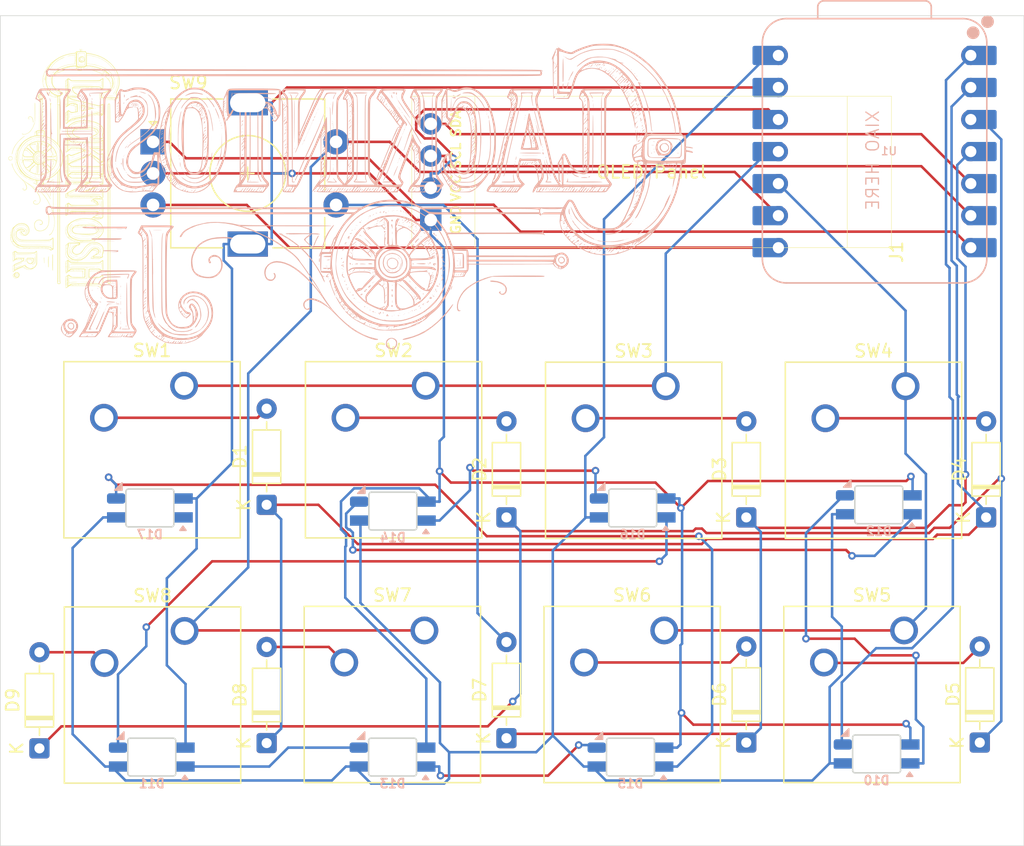
<source format=kicad_pcb>
(kicad_pcb (version 20241229) (generator "pcbnew") (generator_version "9.0")
  (layers (0 "F.Cu" signal) (2 "B.Cu" signal) (13 "F.Paste" user) (15 "B.Paste" user) (5 "F.SilkS" user "F.Silkscreen") (7 "B.SilkS" user "B.Silkscreen") (1 "F.Mask" user) (3 "B.Mask" user) (25 "Edge.Cuts" user))
  (net 0 "")
  (net 1 "Row 1")
  (net 2 "Net-(D1-A)")
  (net 3 "Net-(D2-A)")
  (net 4 "Row 2")
  (net 5 "Row 3")
  (net 6 "Net-(D3-A)")
  (net 7 "Net-(D4-A)")
  (net 8 "Net-(D5-A)")
  (net 9 "Net-(D6-A)")
  (net 10 "EC11SW1")
  (net 11 "Net-(D8-A)")
  (net 12 "Net-(D9-A)")
  (net 13 "LED")
  (net 14 "+5V")
  (net 15 "GND")
  (net 16 "Net-(D10-DOUT)")
  (net 17 "Net-(D11-DOUT)")
  (net 18 "Net-(D11-DIN)")
  (net 19 "Net-(D12-DOUT)")
  (net 20 "Net-(D13-DOUT)")
  (net 21 "Net-(D14-DOUT)")
  (net 22 "Net-(D15-DOUT)")
  (net 24 "SDA")
  (net 25 "SCL")
  (net 26 "VCC")
  (net 27 "Column 1")
  (net 28 "Column 2")
  (net 29 "Column 3")
  (net 30 "EC11RB")
  (net 31 "EC11RA")
  (footprint "Rotary_Encoder:RotaryEncoder_Alps_EC11E-Switch_Vertical_H20mm" (layer "F.Cu") (at 124.4 77.97)
    (property "Reference" "SW9")
    (property "Value" "RotaryEncoder_Switch_MP")
  )
  (footprint "Diode_THT:D_DO-35_SOD27_P7.62mm_Horizontal" (layer "F.Cu") (at 171.4 125.59 90)
    (property "Reference" "D6")
    (property "Value" "1N4148")
  )
  (footprint "OLED:SSD1306-0.91-OLED-4pin-128x32" (layer "F.Cu") (at 182.9 86.355 180)
    (property "Reference" "J1")
    (property "Value" "Conn_01x04_Pin")
  )
  (footprint "Button_Switch_Keyboard:SW_Cherry_MX_1.00u_PCB" (layer "F.Cu") (at 145.9 116.7)
    (property "Reference" "SW7")
    (property "Value" "SW_Push")
  )
  (footprint "Diode_THT:D_DO-35_SOD27_P7.62mm_Horizontal" (layer "F.Cu") (at 152.4 125.24 90)
    (property "Reference" "D7")
    (property "Value" "1N4148")
  )
  (footprint "Button_Switch_Keyboard:SW_Cherry_MX_1.00u_PCB" (layer "F.Cu") (at 164.9 116.7)
    (property "Reference" "SW6")
    (property "Value" "SW_Push")
  )
  (footprint "Diode_THT:D_DO-35_SOD27_P7.62mm_Horizontal" (layer "F.Cu") (at 171.4 107.74 90)
    (property "Reference" "D3")
    (property "Value" "1N4148")
  )
  (footprint "Diode_THT:D_DO-35_SOD27_P7.62mm_Horizontal" (layer "F.Cu") (at 190.4 107.74 90)
    (property "Reference" "D4")
    (property "Value" "1N4148")
  )
  (footprint "Diode_THT:D_DO-35_SOD27_P7.62mm_Horizontal" (layer "F.Cu") (at 133.4 125.63 90)
    (property "Reference" "D8")
    (property "Value" "1N4148")
  )
  (footprint "Diode_THT:D_DO-35_SOD27_P7.62mm_Horizontal" (layer "F.Cu") (at 115.4 126.05 90)
    (property "Reference" "D9")
    (property "Value" "1N4148")
  )
  (footprint "Button_Switch_Keyboard:SW_Cherry_MX_1.00u_PCB" (layer "F.Cu") (at 183.9 116.7)
    (property "Reference" "SW5")
    (property "Value" "SW_Push")
  )
  (footprint "Button_Switch_Keyboard:SW_Cherry_MX_1.00u_PCB" (layer "F.Cu") (at 184.02 97.34)
    (property "Reference" "SW4")
    (property "Value" "SW_Push")
  )
  (footprint "Button_Switch_Keyboard:SW_Cherry_MX_1.00u_PCB" (layer "F.Cu") (at 126.9 116.74)
    (property "Reference" "SW8")
    (property "Value" "SW_Push")
  )
  (footprint "Button_Switch_Keyboard:SW_Cherry_MX_1.00u_PCB" (layer "F.Cu") (at 165.02 97.34)
    (property "Reference" "SW3")
    (property "Value" "SW_Push")
  )
  (footprint "LOGO" (layer "F.Cu") (at 117.2 80.6 -90)
    (property "Reference" "G***" (hide yes))
    (property "Value" "LOGO" (hide yes))
  )
  (footprint "Diode_THT:D_DO-35_SOD27_P7.62mm_Horizontal" (layer "F.Cu") (at 189.9 125.59 90)
    (property "Reference" "D5")
    (property "Value" "1N4148")
  )
  (footprint "Button_Switch_Keyboard:SW_Cherry_MX_1.00u_PCB" (layer "F.Cu") (at 146 97.3)
    (property "Reference" "SW2")
    (property "Value" "SW_Push")
  )
  (footprint "Button_Switch_Keyboard:SW_Cherry_MX_1.00u_PCB" (layer "F.Cu") (at 126.86 97.3)
    (property "Reference" "SW1")
    (property "Value" "SW_Push")
  )
  (footprint "Diode_THT:D_DO-35_SOD27_P7.62mm_Horizontal" (layer "F.Cu") (at 152.4 107.74 90)
    (property "Reference" "D2")
    (property "Value" "1N4148")
  )
  (footprint "Diode_THT:D_DO-35_SOD27_P7.62mm_Horizontal" (layer "F.Cu") (at 133.4 106.74 90)
    (property "Reference" "D1")
    (property "Value" "1N4148")
  )
  (footprint "LOGO" (layer "B.Cu") (at 139.654343 82.692372 180)
    (property "Reference" "G***" (hide yes))
    (property "Value" "LOGO" (hide yes))
  )
  (footprint "LED:SK6812-MINI-E" (layer "B.Cu") (at 143.4 107.24 180)
    (property "Reference" "D14")
    (property "Value" "SK6812MINI" (hide yes))
    (fp_line (start 1.9 1.3) (end 1.9 -1.3) (stroke (width 0.12)) (layer "Edge.Cuts"))
    (fp_line (start 1.7 -1.5) (end -1.7 -1.5) (stroke (width 0.12)) (layer "Edge.Cuts"))
    (fp_line (start -1.7 1.5) (end 1.7 1.5) (stroke (width 0.12)) (layer "Edge.Cuts"))
    (fp_line (start -1.9 -1.3) (end -1.9 1.3) (stroke (width 0.12)) (layer "Edge.Cuts"))
    (fp_arc (start 1.9 1.3) (mid 1.841421 1.441421) (end 1.7 1.5) (stroke (width 0.12)) (layer "Edge.Cuts"))
    (fp_arc (start 1.7 -1.5) (mid 1.841421 -1.441421) (end 1.9 -1.3) (stroke (width 0.12)) (layer "Edge.Cuts"))
    (fp_arc (start -1.7 1.5) (mid -1.841421 1.441421) (end -1.9 1.3) (stroke (width 0.12)) (layer "Edge.Cuts"))
    (fp_arc (start -1.9 -1.3) (mid -1.841421 -1.441421) (end -1.7 -1.5) (stroke (width 0.12)) (layer "Edge.Cuts"))
  )
  (footprint "LED:SK6812-MINI-E" (layer "B.Cu") (at 181.725 126.49 180)
    (property "Reference" "D10")
    (property "Value" "SK6812MINI" (hide yes))
    (fp_line (start 1.9 1.3) (end 1.9 -1.3) (stroke (width 0.12)) (layer "Edge.Cuts"))
    (fp_line (start 1.7 -1.5) (end -1.7 -1.5) (stroke (width 0.12)) (layer "Edge.Cuts"))
    (fp_line (start -1.7 1.5) (end 1.7 1.5) (stroke (width 0.12)) (layer "Edge.Cuts"))
    (fp_line (start -1.9 -1.3) (end -1.9 1.3) (stroke (width 0.12)) (layer "Edge.Cuts"))
    (fp_arc (start 1.9 1.3) (mid 1.841421 1.441421) (end 1.7 1.5) (stroke (width 0.12)) (layer "Edge.Cuts"))
    (fp_arc (start 1.7 -1.5) (mid 1.841421 -1.441421) (end 1.9 -1.3) (stroke (width 0.12)) (layer "Edge.Cuts"))
    (fp_arc (start -1.7 1.5) (mid -1.841421 1.441421) (end -1.9 1.3) (stroke (width 0.12)) (layer "Edge.Cuts"))
    (fp_arc (start -1.9 -1.3) (mid -1.841421 -1.441421) (end -1.7 -1.5) (stroke (width 0.12)) (layer "Edge.Cuts"))
  )
  (footprint "LED:SK6812-MINI-E" (layer "B.Cu") (at 124.3 126.74 180)
    (property "Reference" "D11")
    (property "Value" "SK6812MINI" (hide yes))
    (fp_line (start 1.9 1.3) (end 1.9 -1.3) (stroke (width 0.12)) (layer "Edge.Cuts"))
    (fp_line (start 1.7 -1.5) (end -1.7 -1.5) (stroke (width 0.12)) (layer "Edge.Cuts"))
    (fp_line (start -1.7 1.5) (end 1.7 1.5) (stroke (width 0.12)) (layer "Edge.Cuts"))
    (fp_line (start -1.9 -1.3) (end -1.9 1.3) (stroke (width 0.12)) (layer "Edge.Cuts"))
    (fp_arc (start 1.9 1.3) (mid 1.841421 1.441421) (end 1.7 1.5) (stroke (width 0.12)) (layer "Edge.Cuts"))
    (fp_arc (start 1.7 -1.5) (mid 1.841421 -1.441421) (end 1.9 -1.3) (stroke (width 0.12)) (layer "Edge.Cuts"))
    (fp_arc (start -1.7 1.5) (mid -1.841421 1.441421) (end -1.9 1.3) (stroke (width 0.12)) (layer "Edge.Cuts"))
    (fp_arc (start -1.9 -1.3) (mid -1.841421 -1.441421) (end -1.7 -1.5) (stroke (width 0.12)) (layer "Edge.Cuts"))
  )
  (footprint "LED:SK6812-MINI-E" (layer "B.Cu") (at 124.15 106.99 180)
    (property "Reference" "D17")
    (property "Value" "SK6812MINI" (hide yes))
    (fp_line (start 1.9 1.3) (end 1.9 -1.3) (stroke (width 0.12)) (layer "Edge.Cuts"))
    (fp_line (start 1.7 -1.5) (end -1.7 -1.5) (stroke (width 0.12)) (layer "Edge.Cuts"))
    (fp_line (start -1.7 1.5) (end 1.7 1.5) (stroke (width 0.12)) (layer "Edge.Cuts"))
    (fp_line (start -1.9 -1.3) (end -1.9 1.3) (stroke (width 0.12)) (layer "Edge.Cuts"))
    (fp_arc (start 1.9 1.3) (mid 1.841421 1.441421) (end 1.7 1.5) (stroke (width 0.12)) (layer "Edge.Cuts"))
    (fp_arc (start 1.7 -1.5) (mid 1.841421 -1.441421) (end 1.9 -1.3) (stroke (width 0.12)) (layer "Edge.Cuts"))
    (fp_arc (start -1.7 1.5) (mid -1.841421 1.441421) (end -1.9 1.3) (stroke (width 0.12)) (layer "Edge.Cuts"))
    (fp_arc (start -1.9 -1.3) (mid -1.841421 -1.441421) (end -1.7 -1.5) (stroke (width 0.12)) (layer "Edge.Cuts"))
  )
  (footprint "LED:SK6812-MINI-E" (layer "B.Cu") (at 162.225 126.74 180)
    (property "Reference" "D15")
    (property "Value" "SK6812MINI" (hide yes))
    (fp_line (start 1.9 1.3) (end 1.9 -1.3) (stroke (width 0.12)) (layer "Edge.Cuts"))
    (fp_line (start 1.7 -1.5) (end -1.7 -1.5) (stroke (width 0.12)) (layer "Edge.Cuts"))
    (fp_line (start -1.7 1.5) (end 1.7 1.5) (stroke (width 0.12)) (layer "Edge.Cuts"))
    (fp_line (start -1.9 -1.3) (end -1.9 1.3) (stroke (width 0.12)) (layer "Edge.Cuts"))
    (fp_arc (start 1.9 1.3) (mid 1.841421 1.441421) (end 1.7 1.5) (stroke (width 0.12)) (layer "Edge.Cuts"))
    (fp_arc (start 1.7 -1.5) (mid 1.841421 -1.441421) (end 1.9 -1.3) (stroke (width 0.12)) (layer "Edge.Cuts"))
    (fp_arc (start -1.7 1.5) (mid -1.841421 1.441421) (end -1.9 1.3) (stroke (width 0.12)) (layer "Edge.Cuts"))
    (fp_arc (start -1.9 -1.3) (mid -1.841421 -1.441421) (end -1.7 -1.5) (stroke (width 0.12)) (layer "Edge.Cuts"))
  )
  (footprint "OPL:XIAO-RP2040-DIP" (layer "B.Cu") (at 181.565 78.7385 180)
    (property "Reference" "U1")
    (property "Value" "XIAO-RP2040-DIP")
  )
  (footprint "LED:SK6812-MINI-E" (layer "B.Cu") (at 143.375 126.74 180)
    (property "Reference" "D13")
    (property "Value" "SK6812MINI" (hide yes))
    (fp_line (start 1.9 1.3) (end 1.9 -1.3) (stroke (width 0.12)) (layer "Edge.Cuts"))
    (fp_line (start 1.7 -1.5) (end -1.7 -1.5) (stroke (width 0.12)) (layer "Edge.Cuts"))
    (fp_line (start -1.7 1.5) (end 1.7 1.5) (stroke (width 0.12)) (layer "Edge.Cuts"))
    (fp_line (start -1.9 -1.3) (end -1.9 1.3) (stroke (width 0.12)) (layer "Edge.Cuts"))
    (fp_arc (start 1.9 1.3) (mid 1.841421 1.441421) (end 1.7 1.5) (stroke (width 0.12)) (layer "Edge.Cuts"))
    (fp_arc (start 1.7 -1.5) (mid 1.841421 -1.441421) (end 1.9 -1.3) (stroke (width 0.12)) (layer "Edge.Cuts"))
    (fp_arc (start -1.7 1.5) (mid -1.841421 1.441421) (end -1.9 1.3) (stroke (width 0.12)) (layer "Edge.Cuts"))
    (fp_arc (start -1.9 -1.3) (mid -1.841421 -1.441421) (end -1.7 -1.5) (stroke (width 0.12)) (layer "Edge.Cuts"))
  )
  (footprint "LED:SK6812-MINI-E" (layer "B.Cu") (at 181.9 106.74 180)
    (property "Reference" "D12")
    (property "Value" "SK6812MINI" (hide yes))
    (fp_line (start 1.9 1.3) (end 1.9 -1.3) (stroke (width 0.12)) (layer "Edge.Cuts"))
    (fp_line (start 1.7 -1.5) (end -1.7 -1.5) (stroke (width 0.12)) (layer "Edge.Cuts"))
    (fp_line (start -1.7 1.5) (end 1.7 1.5) (stroke (width 0.12)) (layer "Edge.Cuts"))
    (fp_line (start -1.9 -1.3) (end -1.9 1.3) (stroke (width 0.12)) (layer "Edge.Cuts"))
    (fp_arc (start 1.9 1.3) (mid 1.841421 1.441421) (end 1.7 1.5) (stroke (width 0.12)) (layer "Edge.Cuts"))
    (fp_arc (start 1.7 -1.5) (mid 1.841421 -1.441421) (end 1.9 -1.3) (stroke (width 0.12)) (layer "Edge.Cuts"))
    (fp_arc (start -1.7 1.5) (mid -1.841421 1.441421) (end -1.9 1.3) (stroke (width 0.12)) (layer "Edge.Cuts"))
    (fp_arc (start -1.9 -1.3) (mid -1.841421 -1.441421) (end -1.7 -1.5) (stroke (width 0.12)) (layer "Edge.Cuts"))
  )
  (footprint "LED:SK6812-MINI-E" (layer "B.Cu") (at 162.4 106.99 180)
    (property "Reference" "D16")
    (property "Value" "SK6812MINI" (hide yes))
    (fp_line (start 1.9 1.3) (end 1.9 -1.3) (stroke (width 0.12)) (layer "Edge.Cuts"))
    (fp_line (start 1.7 -1.5) (end -1.7 -1.5) (stroke (width 0.12)) (layer "Edge.Cuts"))
    (fp_line (start -1.7 1.5) (end 1.7 1.5) (stroke (width 0.12)) (layer "Edge.Cuts"))
    (fp_line (start -1.9 -1.3) (end -1.9 1.3) (stroke (width 0.12)) (layer "Edge.Cuts"))
    (fp_arc (start 1.9 1.3) (mid 1.841421 1.441421) (end 1.7 1.5) (stroke (width 0.12)) (layer "Edge.Cuts"))
    (fp_arc (start 1.7 -1.5) (mid 1.841421 -1.441421) (end 1.9 -1.3) (stroke (width 0.12)) (layer "Edge.Cuts"))
    (fp_arc (start -1.7 1.5) (mid -1.841421 1.441421) (end -1.9 1.3) (stroke (width 0.12)) (layer "Edge.Cuts"))
    (fp_arc (start -1.9 -1.3) (mid -1.841421 -1.441421) (end -1.7 -1.5) (stroke (width 0.12)) (layer "Edge.Cuts"))
  )
  (gr_rect (start 112.3 67.97005) (end 193.4 133.77005) (stroke (width 0.05)) (fill no) (layer "Edge.Cuts"))
  (gr_text "XIAO HERE" (at 182 75.4 90) (layer "B.SilkS") (effects (font (size 1 1) (thickness 0.1)) (justify left bottom mirror)))
  (segment (start 167.8699 109.8535) (end 140.6145 109.8535) (width 0.2) (layer "F.Cu") (net 1))
  (segment (start 189.031 109.109) (end 190.4 107.74) (width 0.2) (layer "F.Cu") (net 1))
  (segment (start 137.501 106.74) (end 133.4 106.74) (width 0.2) (layer "F.Cu") (net 1))
  (segment (start 186.3576 109.2753) (end 186.1811 109.4518) (width 0.2) (layer "F.Cu") (net 1))
  (segment (start 186.3576 109.2753) (end 186.5239 109.109) (width 0.2) (layer "F.Cu") (net 1))
  (segment (start 186.1811 109.4518) (end 168.2715 109.4518) (width 0.2) (layer "F.Cu") (net 1))
  (segment (start 140.6145 109.8535) (end 137.501 106.74) (width 0.2) (layer "F.Cu") (net 1))
  (segment (start 168.2715 109.4519) (end 167.8699 109.8535) (width 0.2) (layer "F.Cu") (net 1))
  (segment (start 186.3576 109.2753) (end 186.5239 109.109) (width 0.2) (layer "F.Cu") (net 1))
  (segment (start 168.2715 109.4518) (end 168.2715 109.4519) (width 0.2) (layer "F.Cu") (net 1))
  (segment (start 186.5239 109.109) (end 189.031 109.109) (width 0.2) (layer "F.Cu") (net 1))
  (segment (start 188.0786 97.9977) (end 188.0786 87.7908) (width 0.2) (layer "B.Cu") (net 1))
  (segment (start 188.1675 98.2384) (end 188.2434 98.1625) (width 0.2) (layer "B.Cu") (net 1))
  (segment (start 134.55 124.48) (end 133.4 125.63) (width 0.2) (layer "B.Cu") (net 1))
  (segment (start 190.4 107.2926) (end 188.1675 105.0601) (width 0.2) (layer "B.Cu") (net 1))
  (segment (start 189.185 73.6585) (end 190.02 73.6585) (width 0.2) (layer "B.Cu") (net 1))
  (segment (start 189.185 73.6585) (end 187.6645 75.179) (width 0.2) (layer "B.Cu") (net 1))
  (segment (start 190.4 107.74) (end 190.4 107.2926) (width 0.2) (layer "B.Cu") (net 1))
  (segment (start 133.4 106.74) (end 134.55 107.89) (width 0.2) (layer "B.Cu") (net 1))
  (segment (start 188.0786 87.7908) (end 188.0771 87.7893) (width 0.2) (layer "B.Cu") (net 1))
  (segment (start 134.55 107.89) (end 134.55 124.48) (width 0.2) (layer "B.Cu") (net 1))
  (segment (start 188.1675 105.0601) (end 188.1675 98.2384) (width 0.2) (layer "B.Cu") (net 1))
  (segment (start 188.2434 98.1625) (end 188.0786 97.9977) (width 0.2) (layer "B.Cu") (net 1))
  (segment (start 187.6645 75.179) (end 187.6645 87.3767) (width 0.2) (layer "B.Cu") (net 1))
  (segment (start 188.2434 98.1625) (end 188.0786 97.9977) (width 0.2) (layer "B.Cu") (net 1))
  (segment (start 187.9235 87.6357) (end 188.0771 87.7893) (width 0.2) (layer "B.Cu") (net 1))
  (segment (start 187.9235 87.6357) (end 188.0771 87.7893) (width 0.2) (layer "B.Cu") (net 1))
  (segment (start 187.6645 87.3767) (end 187.9235 87.6357) (width 0.2) (layer "B.Cu") (net 1))
  (segment (start 132.68 99.84) (end 133.4 99.12) (width 0.2) (layer "F.Cu") (net 2))
  (segment (start 120.51 99.84) (end 132.68 99.84) (width 0.2) (layer "F.Cu") (net 2))
  (segment (start 152.4 100.12) (end 152.12 99.84) (width 0.2) (layer "F.Cu") (net 3))
  (segment (start 152.12 99.84) (end 139.65 99.84) (width 0.2) (layer "F.Cu") (net 3))
  (segment (start 115.4 126.05) (end 117.1463 124.3037) (width 0.2) (layer "F.Cu") (net 4))
  (segment (start 191.6046 104.6632) (end 191.4225 104.6632) (width 0.2) (layer "F.Cu") (net 4))
  (segment (start 150.9221 124.3037) (end 152.9013 122.3245) (width 0.2) (layer "F.Cu") (net 4))
  (segment (start 167.8914 108.6286) (end 167.3931 108.6286) (width 0.2) (layer "F.Cu") (net 4))
  (segment (start 191.4225 104.6632) (end 187.5197 108.566) (width 0.2) (layer "F.Cu") (net 4))
  (segment (start 117.1463 124.3037) (end 150.9221 124.3037) (width 0.2) (layer "F.Cu") (net 4))
  (segment (start 185.8836 108.9811) (end 168.2439 108.9811) (width 0.2) (layer "F.Cu") (net 4))
  (segment (start 187.5197 108.566) (end 186.2987 108.566) (width 0.2) (layer "F.Cu") (net 4))
  (segment (start 186.2987 108.566) (end 185.8836 108.9811) (width 0.2) (layer "F.Cu") (net 4))
  (segment (start 168.2439 108.9811) (end 167.8914 108.6286) (width 0.2) (layer "F.Cu") (net 4))
  (segment (start 167.1931 108.8286) (end 153.4886 108.8286) (width 0.2) (layer "F.Cu") (net 4))
  (segment (start 167.3931 108.6286) (end 167.1931 108.8286) (width 0.2) (layer "F.Cu") (net 4))
  (segment (start 153.4886 108.8286) (end 152.4 107.74) (width 0.2) (layer "F.Cu") (net 4))
  (via (at 152.9013 122.3245) (size 0.6) (drill 0.3) (layers "F.Cu" "B.Cu") (net 4))
  (via (at 191.6046 104.6632) (size 0.6) (drill 0.3) (layers "F.Cu" "B.Cu") (net 4))
  (segment (start 190.02 76.1985) (end 191.6046 77.7831) (width 0.2) (layer "B.Cu") (net 4))
  (segment (start 153.5017 121.7241) (end 152.9013 122.3245) (width 0.2) (layer "B.Cu") (net 4))
  (segment (start 191.6046 77.7831) (end 191.6046 104.6632) (width 0.2) (layer "B.Cu") (net 4))
  (segment (start 152.4 107.74) (end 153.5017 108.8417) (width 0.2) (layer "B.Cu") (net 4))
  (segment (start 189.185 76.1985) (end 190.02 76.1985) (width 0.2) (layer "B.Cu") (net 4))
  (segment (start 191.6046 104.6632) (end 191.6046 123.8854) (width 0.2) (layer "B.Cu") (net 4))
  (segment (start 153.5017 108.8417) (end 153.5017 121.7241) (width 0.2) (layer "B.Cu") (net 4))
  (segment (start 191.6046 123.8854) (end 189.9 125.59) (width 0.2) (layer "B.Cu") (net 4))
  (segment (start 187.4791 106.7754) (end 185.6859 108.5686) (width 0.2) (layer "F.Cu") (net 5))
  (segment (start 188.5342 106.7754) (end 187.4791 106.7754) (width 0.2) (layer "F.Cu") (net 5))
  (segment (start 188.7692 106.5404) (end 188.5342 106.7754) (width 0.2) (layer "F.Cu") (net 5))
  (segment (start 185.6859 108.5686) (end 172.2286 108.5686) (width 0.2) (layer "F.Cu") (net 5))
  (segment (start 152.7429 124.8971) (end 170.7071 124.8971) (width 0.2) (layer "F.Cu") (net 5))
  (segment (start 188.7692 104.3376) (end 188.7692 106.5404) (width 0.2) (layer "F.Cu") (net 5))
  (segment (start 172.2286 108.5686) (end 171.4 107.74) (width 0.2) (layer "F.Cu") (net 5))
  (segment (start 152.4 125.24) (end 152.7429 124.8971) (width 0.2) (layer "F.Cu") (net 5))
  (segment (start 170.7071 124.8971) (end 171.4 125.59) (width 0.2) (layer "F.Cu") (net 5))
  (via (at 188.7692 104.3376) (size 0.6) (drill 0.3) (layers "F.Cu" "B.Cu") (net 5))
  (segment (start 188.7692 104.3376) (end 188.7692 87.8671) (width 0.2) (layer "B.Cu") (net 5))
  (segment (start 188.1109 79.8126) (end 189.185 78.7385) (width 0.2) (layer "B.Cu") (net 5))
  (segment (start 172.5499 108.8899) (end 172.5499 124.4401) (width 0.2) (layer "B.Cu") (net 5))
  (segment (start 188.1109 87.2088) (end 188.1109 79.8126) (width 0.2) (layer "B.Cu") (net 5))
  (segment (start 189.185 78.7385) (end 190.02 78.7385) (width 0.2) (layer "B.Cu") (net 5))
  (segment (start 188.7692 87.8671) (end 188.1109 87.2088) (width 0.2) (layer "B.Cu") (net 5))
  (segment (start 171.4 107.74) (end 172.5499 108.8899) (width 0.2) (layer "B.Cu") (net 5))
  (segment (start 172.5499 124.4401) (end 171.4 125.59) (width 0.2) (layer "B.Cu") (net 5))
  (segment (start 171.16 99.88) (end 158.67 99.88) (width 0.2) (layer "F.Cu") (net 6))
  (segment (start 171.4 100.12) (end 171.16 99.88) (width 0.2) (layer "F.Cu") (net 6))
  (segment (start 190.16 99.88) (end 190.4 100.12) (width 0.2) (layer "F.Cu") (net 7))
  (segment (start 177.67 99.88) (end 190.16 99.88) (width 0.2) (layer "F.Cu") (net 7))
  (segment (start 188.5935 119.2765) (end 189.9 117.97) (width 0.2) (layer "F.Cu") (net 8))
  (segment (start 177.55 119.24) (end 177.5865 119.2765) (width 0.2) (layer "F.Cu") (net 8))
  (segment (start 177.5865 119.2765) (end 188.5935 119.2765) (width 0.2) (layer "F.Cu") (net 8))
  (segment (start 170.13 119.24) (end 171.4 117.97) (width 0.2) (layer "F.Cu") (net 9))
  (segment (start 158.55 119.24) (end 170.13 119.24) (width 0.2) (layer "F.Cu") (net 9))
  (segment (start 150.1102 85.6821) (end 147.3981 82.97) (width 0.2) (layer "B.Cu") (net 10))
  (segment (start 147.3981 82.97) (end 138.9 82.97) (width 0.2) (layer "B.Cu") (net 10))
  (segment (start 152.4 117.62) (end 150.1102 115.3302) (width 0.2) (layer "B.Cu") (net 10))
  (segment (start 150.1102 115.3302) (end 150.1102 85.6821) (width 0.2) (layer "B.Cu") (net 10))
  (segment (start 133.4 118.01) (end 138.32 118.01) (width 0.2) (layer "F.Cu") (net 11))
  (segment (start 138.32 118.01) (end 139.55 119.24) (width 0.2) (layer "F.Cu") (net 11))
  (segment (start 115.4 118.43) (end 119.7 118.43) (width 0.2) (layer "F.Cu") (net 12))
  (segment (start 119.7 118.43) (end 120.55 119.28) (width 0.2) (layer "F.Cu") (net 12))
  (segment (start 187.7658 98.4531) (end 187.7658 114.8858) (width 0.2) (layer "B.Cu") (net 13))
  (segment (start 187.3428 87.802) (end 187.5045 87.9637) (width 0.2) (layer "B.Cu") (net 13))
  (segment (start 187.3428 87.802) (end 187.5045 87.9637) (width 0.2) (layer "B.Cu") (net 13))
  (segment (start 187.2251 73.0784) (end 187.2251 87.6843) (width 0.2) (layer "B.Cu") (net 13))
  (segment (start 187.5045 98.1918) (end 187.7658 98.4531) (width 0.2) (layer "B.Cu") (net 13))
  (segment (start 178.9683 120.826) (end 178.9683 125.6583) (width 0.2) (layer "B.Cu") (net 13))
  (segment (start 187.2251 87.6843) (end 187.3428 87.802) (width 0.2) (layer "B.Cu") (net 13))
  (segment (start 189.185 71.1185) (end 190.02 71.1185) (width 0.2) (layer "B.Cu") (net 13))
  (segment (start 187.7658 114.8858) (end 184.5419 118.1097) (width 0.2) (layer "B.Cu") (net 13))
  (segment (start 184.5419 118.1097) (end 181.6846 118.1097) (width 0.2) (layer "B.Cu") (net 13))
  (segment (start 178.9683 125.6583) (end 179.05 125.74) (width 0.2) (layer "B.Cu") (net 13))
  (segment (start 187.5045 87.9637) (end 187.5045 98.1918) (width 0.2) (layer "B.Cu") (net 13))
  (segment (start 181.6846 118.1097) (end 178.9683 120.826) (width 0.2) (layer "B.Cu") (net 13))
  (segment (start 189.185 71.1185) (end 187.2251 73.0784) (width 0.2) (layer "B.Cu") (net 13))
  (segment (start 156.0707 125.0374) (end 154.7565 126.3516) (width 0.2) (layer "B.Cu") (net 14))
  (segment (start 173.11 71.1185) (end 160.1298 84.0987) (width 0.2) (layer "B.Cu") (net 14))
  (segment (start 121.625 127.49) (end 121.1117 127.49) (width 0.2) (layer "B.Cu") (net 14))
  (segment (start 176.6303 128.6002) (end 160.2839 128.6002) (width 0.2) (layer "B.Cu") (net 14))
  (segment (start 147.1336 125.631) (end 147.1336 120.8181) (width 0.2) (layer "B.Cu") (net 14))
  (segment (start 179.225 107.49) (end 178.1983 107.49) (width 0.2) (layer "B.Cu") (net 14))
  (segment (start 154.7565 126.3516) (end 147.8542 126.3516) (width 0.2) (layer "B.Cu") (net 14))
  (segment (start 140.832 108.097) (end 140.725 107.99) (width 0.2) (layer "B.Cu") (net 14))
  (segment (start 160.2839 128.6002) (end 159.55 127.8663) (width 0.2) (layer "B.Cu") (net 14))
  (segment (start 178.0233 127.24) (end 178.0069 127.2236) (width 0.2) (layer "B.Cu") (net 14))
  (segment (start 121.1117 127.49) (end 120.5983 127.49) (width 0.2) (layer "B.Cu") (net 14))
  (segment (start 159.55 127.8663) (end 159.55 127.49) (width 0.2) (layer "B.Cu") (net 14))
  (segment (start 147.8542 126.3516) (end 147.8542 128.4463) (width 0.2) (layer "B.Cu") (net 14))
  (segment (start 140.832 114.5165) (end 140.832 108.097) (width 0.2) (layer "B.Cu") (net 14))
  (segment (start 141.6679 128.8342) (end 140.7 127.8663) (width 0.2) (layer "B.Cu") (net 14))
  (segment (start 147.4663 128.8342) (end 141.6679 128.8342) (width 0.2) (layer "B.Cu") (net 14))
  (segment (start 140.7 127.8663) (end 140.7 127.49) (width 0.2) (layer "B.Cu") (net 14))
  (segment (start 178.1983 115.6172) (end 178.1983 107.49) (width 0.2) (layer "B.Cu") (net 14))
  (segment (start 147.8542 128.4463) (end 147.4663 128.8342) (width 0.2) (layer "B.Cu") (net 14))
  (segment (start 147.8542 126.3516) (end 147.1336 125.631) (width 0.2) (layer "B.Cu") (net 14))
  (segment (start 147.1336 120.8181) (end 140.832 114.5165) (width 0.2) (layer "B.Cu") (net 14))
  (segment (start 178.0069 127.2236) (end 176.6303 128.6002) (width 0.2) (layer "B.Cu") (net 14))
  (segment (start 159.725 107.74) (end 158.6983 107.74) (width 0.2) (layer "B.Cu") (net 14))
  (segment (start 121.475 107.74) (end 120.4483 107.74) (width 0.2) (layer "B.Cu") (net 14))
  (segment (start 160.1298 84.0987) (end 160.1298 101.3875) (width 0.2) (layer "B.Cu") (net 14))
  (segment (start 118.0289 124.9206) (end 120.5983 127.49) (width 0.2) (layer "B.Cu") (net 14))
  (segment (start 118.0289 110.1594) (end 118.0289 124.9206) (width 0.2) (layer "B.Cu") (net 14))
  (segment (start 158.6471 102.8702) (end 158.6471 107.6888) (width 0.2) (layer "B.Cu") (net 14))
  (segment (start 156.0707 110.3676) (end 156.0707 125.0374) (width 0.2) (layer "B.Cu") (net 14))
  (segment (start 158.6471 107.6888) (end 158.6983 107.74) (width 0.2) (layer "B.Cu") (net 14))
  (segment (start 140.7 127.49) (end 139.6733 127.49) (width 0.2) (layer "B.Cu") (net 14))
  (segment (start 178.0069 127.2236) (end 178.0069 121.1824) (width 0.2) (layer "B.Cu") (net 14))
  (segment (start 121.1117 127.49) (end 122.2153 128.5936) (width 0.2) (layer "B.Cu") (net 14))
  (segment (start 160.1298 101.3875) (end 158.6471 102.8702) (width 0.2) (layer "B.Cu") (net 14))
  (segment (start 179.05 127.24) (end 178.0233 127.24) (width 0.2) (layer "B.Cu") (net 14))
  (segment (start 159.55 127.49) (end 158.5233 127.49) (width 0.2) (layer "B.Cu") (net 14))
  (segment (start 158.6983 107.74) (end 156.0707 110.3676) (width 0.2) (layer "B.Cu") (net 14))
  (segment (start 156.0707 125.0374) (end 158.5233 127.49) (width 0.2) (layer "B.Cu") (net 14))
  (segment (start 120.4483 107.74) (end 118.0289 110.1594) (width 0.2) (layer "B.Cu") (net 14))
  (segment (start 122.2153 128.5936) (end 138.5697 128.5936) (width 0.2) (layer "B.Cu") (net 14))
  (segment (start 178.9683 116.3872) (end 178.1983 115.6172) (width 0.2) (layer "B.Cu") (net 14))
  (segment (start 138.5697 128.5936) (end 139.6733 127.49) (width 0.2) (layer "B.Cu") (net 14))
  (segment (start 178.9683 120.221) (end 178.9683 116.3872) (width 0.2) (layer "B.Cu") (net 14))
  (segment (start 178.0069 121.1824) (end 178.9683 120.221) (width 0.2) (layer "B.Cu") (net 14))
  (segment (start 173.945 71.1185) (end 173.11 71.1185) (width 0.2) (layer "B.Cu") (net 14))
  (segment (start 124.4 80.47) (end 135.4127 80.47) (width 0.2) (layer "F.Cu") (net 15))
  (segment (start 148.0017 104.98) (end 164.2077 104.98) (width 0.2) (layer "F.Cu") (net 15))
  (segment (start 184.0641 124.0896) (end 183.9828 124.1709) (width 0.2) (layer "F.Cu") (net 15))
  (segment (start 141.5533 80.47) (end 145.2483 84.165) (width 0.2) (layer "F.Cu") (net 15))
  (segment (start 167.2047 124.1709) (end 166.2719 123.2381) (width 0.2) (layer "F.Cu") (net 15))
  (segment (start 147.1017 104.08) (end 148.0017 104.98) (width 0.2) (layer "F.Cu") (net 15))
  (segment (start 164.2077 104.98) (end 166.2207 106.993) (width 0.2) (layer "F.Cu") (net 15))
  (segment (start 131.9 74.87) (end 133.8017 74.87) (width 0.2) (layer "F.Cu") (net 15))
  (segment (start 168.3586 104.8551) (end 184.0792 104.8551) (width 0.2) (layer "F.Cu") (net 15))
  (segment (start 135.0132 73.6585) (end 133.8017 74.87) (width 0.2) (layer "F.Cu") (net 15))
  (segment (start 183.9828 124.1709) (end 167.2047 124.1709) (width 0.2) (layer "F.Cu") (net 15))
  (segment (start 135.4127 80.47) (end 141.5533 80.47) (width 0.2) (layer "F.Cu") (net 15))
  (segment (start 173.945 73.6585) (end 135.0132 73.6585) (width 0.2) (layer "F.Cu") (net 15))
  (segment (start 166.2207 106.993) (end 168.3586 104.8551) (width 0.2) (layer "F.Cu") (net 15))
  (segment (start 146.4 84.165) (end 145.2483 84.165) (width 0.2) (layer "F.Cu") (net 15))
  (segment (start 184.0792 104.8551) (end 184.4438 104.4905) (width 0.2) (layer "F.Cu") (net 15))
  (via (at 184.0641 124.0896) (size 0.6) (drill 0.3) (layers "F.Cu" "B.Cu") (net 15))
  (via (at 135.4127 80.47) (size 0.6) (drill 0.3) (layers "F.Cu" "B.Cu") (net 15))
  (via (at 166.2207 106.993) (size 0.6) (drill 0.3) (layers "F.Cu" "B.Cu") (net 15))
  (via (at 184.4438 104.4905) (size 0.6) (drill 0.3) (layers "F.Cu" "B.Cu") (net 15))
  (via (at 147.1017 104.08) (size 0.6) (drill 0.3) (layers "F.Cu" "B.Cu") (net 15))
  (via (at 166.2719 123.2381) (size 0.6) (drill 0.3) (layers "F.Cu" "B.Cu") (net 15))
  (segment (start 139.6286 110.0711) (end 139.6286 114.1017) (width 0.2) (layer "B.Cu") (net 15))
  (segment (start 139.532 108.9267) (end 139.6939 109.0886) (width 0.2) (layer "B.Cu") (net 15))
  (segment (start 146.4 85.3167) (end 147.4431 86.3598) (width 0.2) (layer "B.Cu") (net 15))
  (segment (start 146.4 84.165) (end 146.4 85.3167) (width 0.2) (layer "B.Cu") (net 15))
  (segment (start 146.05 120.5231) (end 146.05 125.99) (width 0.2) (layer "B.Cu") (net 15))
  (segment (start 139.6939 109.0886) (end 139.6939 110.0058) (width 0.2) (layer "B.Cu") (net 15))
  (segment (start 184.575 104.6217) (end 184.575 105.99) (width 0.2) (layer "B.Cu") (net 15))
  (segment (start 131.9 86.07) (end 133.8017 86.07) (width 0.2) (layer "B.Cu") (net 15))
  (segment (start 125.493 112.5716) (end 127.8517 110.2129) (width 0.2) (layer "B.Cu") (net 15))
  (segment (start 146.075 106.49) (end 146.538 106.49) (width 0.2) (layer "B.Cu") (net 15))
  (segment (start 184.4438 104.4905) (end 184.575 104.6217) (width 0.2) (layer "B.Cu") (net 15))
  (segment (start 147.4431 101.3448) (end 147.1017 101.6862) (width 0.2) (layer "B.Cu") (net 15))
  (segment (start 133.8017 80.47) (end 133.8017 86.07) (width 0.2) (layer "B.Cu") (net 15))
  (segment (start 131.9 86.07) (end 129.9983 86.07) (width 0.2) (layer "B.Cu") (net 15))
  (segment (start 147.4431 86.3598) (end 147.4431 101.3448) (width 0.2) (layer "B.Cu") (net 15))
  (segment (start 146.538 106.49) (end 145.4844 105.4364) (width 0.2) (layer "B.Cu") (net 15))
  (segment (start 126.975 125.99) (end 126.975 120.9449) (width 0.2) (layer "B.Cu") (net 15))
  (segment (start 140.3311 105.4364) (end 139.2922 106.4753) (width 0.2) (layer "B.Cu") (net 15))
  (segment (start 127.8517 106.2415) (end 127.8502 106.24) (width 0.2) (layer "B.Cu") (net 15))
  (segment (start 173.11 73.6585) (end 173.945 73.6585) (width 0.2) (layer "B.Cu") (net 15))
  (segment (start 166.3138 107.0861) (end 166.3138 117.7432) (width 0.2) (layer "B.Cu") (net 15))
  (segment (start 166.1856 125.7311) (end 165.9267 125.99) (width 0.2) (layer "B.Cu") (net 15))
  (segment (start 166.1017 106.24) (end 166.1017 106.874) (width 0.2) (layer "B.Cu") (net 15))
  (segment (start 139.6286 114.1017) (end 146.05 120.5231) (width 0.2) (layer "B.Cu") (net 15))
  (segment (start 130.6521 88.0255) (end 129.9983 87.3717) (width 0.2) (layer "B.Cu") (net 15))
  (segment (start 139.6939 110.0058) (end 139.6286 110.0711) (width 0.2) (layer "B.Cu") (net 15))
  (segment (start 184.4 124.4255) (end 184.4 125.74) (width 0.2) (layer "B.Cu") (net 15))
  (segment (start 129.9983 87.3717) (end 129.9983 86.07) (width 0.2) (layer "B.Cu") (net 15))
  (segment (start 147.0009 106.49) (end 147.1002 106.49) (width 0.2) (layer "B.Cu") (net 15))
  (segment (start 166.3138 117.7432) (end 166.1856 117.8714) (width 0.2) (layer "B.Cu") (net 15))
  (segment (start 166.1856 123.2381) (end 166.1856 125.7311) (width 0.2) (layer "B.Cu") (net 15))
  (segment (start 146.538 106.49) (end 147.0009 106.49) (width 0.2) (layer "B.Cu") (net 15))
  (segment (start 165.075 106.24) (end 166.1017 106.24) (width 0.2) (layer "B.Cu") (net 15))
  (segment (start 131.9 74.87) (end 133.8017 74.87) (width 0.2) (layer "B.Cu") (net 15))
  (segment (start 166.1856 123.2381) (end 166.2719 123.2381) (width 0.2) (layer "B.Cu") (net 15))
  (segment (start 127.8517 106.24) (end 130.6521 103.4396) (width 0.2) (layer "B.Cu") (net 15))
  (segment (start 133.8017 74.87) (end 133.8017 80.47) (width 0.2) (layer "B.Cu") (net 15))
  (segment (start 139.2922 108.6869) (end 139.532 108.9267) (width 0.2) (layer "B.Cu") (net 15))
  (segment (start 130.6521 103.4396) (end 130.6521 88.0255) (width 0.2) (layer "B.Cu") (net 15))
  (segment (start 147.1017 101.6862) (end 147.1017 104.08) (width 0.2) (layer "B.Cu") (net 15))
  (segment (start 139.2922 106.4753) (end 139.2922 108.6869) (width 0.2) (layer "B.Cu") (net 15))
  (segment (start 139.532 108.9267) (end 139.6939 109.0886) (width 0.2) (layer "B.Cu") (net 15))
  (segment (start 147.1002 106.49) (end 147.1017 106.49) (width 0.2) (layer "B.Cu") (net 15))
  (segment (start 166.1856 117.8714) (end 166.1856 123.2381) (width 0.2) (layer "B.Cu") (net 15))
  (segment (start 133.8017 80.47) (end 135.4127 80.47) (width 0.2) (layer "B.Cu") (net 15))
  (segment (start 125.493 119.4629) (end 125.493 112.5716) (width 0.2) (layer "B.Cu") (net 15))
  (segment (start 145.4844 105.4364) (end 140.3311 105.4364) (width 0.2) (layer "B.Cu") (net 15))
  (segment (start 166.2207 106.993) (end 166.3138 107.0861) (width 0.2) (layer "B.Cu") (net 15))
  (segment (start 126.825 106.24) (end 127.8502 106.24) (width 0.2) (layer "B.Cu") (net 15))
  (segment (start 166.1017 106.874) (end 166.2207 106.993) (width 0.2) (layer "B.Cu") (net 15))
  (segment (start 147.1017 104.08) (end 147.1017 106.49) (width 0.2) (layer "B.Cu") (net 15))
  (segment (start 126.975 120.9449) (end 125.493 119.4629) (width 0.2) (layer "B.Cu") (net 15))
  (segment (start 127.8517 110.2129) (end 127.8517 106.2415) (width 0.2) (layer "B.Cu") (net 15))
  (segment (start 184.0641 124.0896) (end 184.4 124.4255) (width 0.2) (layer "B.Cu") (net 15))
  (segment (start 164.9 125.99) (end 165.9267 125.99) (width 0.2) (layer "B.Cu") (net 15))
  (segment (start 127.8502 106.24) (end 127.8517 106.24) (width 0.2) (layer "B.Cu") (net 15))
  (segment (start 181.3062 118.6748) (end 179.986 117.3546) (width 0.2) (layer "F.Cu") (net 16))
  (segment (start 184.8398 118.6748) (end 181.3062 118.6748) (width 0.2) (layer "F.Cu") (net 16))
  (segment (start 179.986 117.3546) (end 176.1293 117.3546) (width 0.2) (layer "F.Cu") (net 16))
  (via (at 184.8398 118.6748) (size 0.6) (drill 0.3) (layers "F.Cu" "B.Cu") (net 16))
  (via (at 176.1293 117.3546) (size 0.6) (drill 0.3) (layers "F.Cu" "B.Cu") (net 16))
  (segment (start 179.1199 105.99) (end 179.225 105.99) (width 0.2) (layer "B.Cu") (net 16))
  (segment (start 176.1293 108.9806) (end 179.1199 105.99) (width 0.2) (layer "B.Cu") (net 16))
  (segment (start 184.8398 123.7546) (end 184.8398 118.6748) (width 0.2) (layer "B.Cu") (net 16))
  (segment (start 176.1293 117.3546) (end 176.1293 108.9806) (width 0.2) (layer "B.Cu") (net 16))
  (segment (start 185.4267 124.3415) (end 184.8398 123.7546) (width 0.2) (layer "B.Cu") (net 16))
  (segment (start 184.4 127.24) (end 185.4267 127.24) (width 0.2) (layer "B.Cu") (net 16))
  (segment (start 185.4267 127.24) (end 185.4267 124.3415) (width 0.2) (layer "B.Cu") (net 16))
  (segment (start 135.1084 125.99) (end 133.6084 127.49) (width 0.2) (layer "B.Cu") (net 17))
  (segment (start 140.7 125.99) (end 135.1084 125.99) (width 0.2) (layer "B.Cu") (net 17))
  (segment (start 133.6084 127.49) (end 126.975 127.49) (width 0.2) (layer "B.Cu") (net 17))
  (segment (start 129.0826 111.2212) (end 123.8663 116.4375) (width 0.2) (layer "F.Cu") (net 18))
  (segment (start 164.5153 111.2212) (end 129.0826 111.2212) (width 0.2) (layer "F.Cu") (net 18))
  (via (at 123.8663 116.4375) (size 0.6) (drill 0.3) (layers "F.Cu" "B.Cu") (net 18))
  (via (at 164.5153 111.2212) (size 0.6) (drill 0.3) (layers "F.Cu" "B.Cu") (net 18))
  (segment (start 123.8663 116.4375) (end 123.8663 117.9461) (width 0.2) (layer "B.Cu") (net 18))
  (segment (start 123.8663 117.9461) (end 121.625 120.1874) (width 0.2) (layer "B.Cu") (net 18))
  (segment (start 165.075 110.6615) (end 164.5153 111.2212) (width 0.2) (layer "B.Cu") (net 18))
  (segment (start 165.075 107.74) (end 165.075 110.6615) (width 0.2) (layer "B.Cu") (net 18))
  (segment (start 121.625 120.1874) (end 121.625 125.99) (width 0.2) (layer "B.Cu") (net 18))
  (segment (start 179.3096 110.3202) (end 179.7764 110.787) (width 0.2) (layer "F.Cu") (net 19))
  (segment (start 179.3096 110.3202) (end 179.7764 110.787) (width 0.2) (layer "F.Cu") (net 19))
  (segment (start 140.2303 110.3202) (end 179.3096 110.3202) (width 0.2) (layer "F.Cu") (net 19))
  (segment (start 179.7764 110.787) (end 179.3096 110.3202) (width 0.2) (layer "F.Cu") (net 19))
  (via (at 140.2303 110.3202) (size 0.6) (drill 0.3) (layers "F.Cu" "B.Cu") (net 19))
  (via (at 179.7764 110.787) (size 0.6) (drill 0.3) (layers "F.Cu" "B.Cu") (net 19))
  (segment (start 139.6983 108.525) (end 139.875 108.7017) (width 0.2) (layer "B.Cu") (net 19))
  (segment (start 139.9853 108.7017) (end 140.2303 108.9467) (width 0.2) (layer "B.Cu") (net 19))
  (segment (start 140.6452 106.49) (end 139.6983 107.4369) (width 0.2) (layer "B.Cu") (net 19))
  (segment (start 139.875 108.7017) (end 139.9853 108.7017) (width 0.2) (layer "B.Cu") (net 19))
  (segment (start 140.2303 108.9467) (end 140.2303 110.3202) (width 0.2) (layer "B.Cu") (net 19))
  (segment (start 139.6983 107.4369) (end 139.6983 108.525) (width 0.2) (layer "B.Cu") (net 19))
  (segment (start 184.575 107.7875) (end 181.5755 110.787) (width 0.2) (layer "B.Cu") (net 19))
  (segment (start 184.575 107.49) (end 184.575 107.7875) (width 0.2) (layer "B.Cu") (net 19))
  (segment (start 140.725 106.49) (end 140.6452 106.49) (width 0.2) (layer "B.Cu") (net 19))
  (segment (start 181.5755 110.787) (end 179.7764 110.787) (width 0.2) (layer "B.Cu") (net 19))
  (segment (start 158.1226 125.7862) (end 155.6973 128.2115) (width 0.2) (layer "F.Cu") (net 20))
  (segment (start 155.6973 128.2115) (end 147.1748 128.2115) (width 0.2) (layer "F.Cu") (net 20))
  (via (at 147.1748 128.2115) (size 0.6) (drill 0.3) (layers "F.Cu" "B.Cu") (net 20))
  (via (at 158.1226 125.7862) (size 0.6) (drill 0.3) (layers "F.Cu" "B.Cu") (net 20))
  (segment (start 159.3462 125.7862) (end 159.55 125.99) (width 0.2) (layer "B.Cu") (net 20))
  (segment (start 147.0767 127.49) (end 147.0767 128.1134) (width 0.2) (layer "B.Cu") (net 20))
  (segment (start 146.05 127.49) (end 147.0767 127.49) (width 0.2) (layer "B.Cu") (net 20))
  (segment (start 147.0767 128.1134) (end 147.1748 128.2115) (width 0.2) (layer "B.Cu") (net 20))
  (segment (start 158.1226 125.7862) (end 159.3462 125.7862) (width 0.2) (layer "B.Cu") (net 20))
  (segment (start 149.7533 104.0359) (end 149.5085 103.7911) (width 0.2) (layer "F.Cu") (net 21))
  (segment (start 159.4536 104.0359) (end 149.7533 104.0359) (width 0.2) (layer "F.Cu") (net 21))
  (via (at 149.5085 103.7911) (size 0.6) (drill 0.3) (layers "F.Cu" "B.Cu") (net 21))
  (via (at 159.4536 104.0359) (size 0.6) (drill 0.3) (layers "F.Cu" "B.Cu") (net 21))
  (segment (start 149.5085 103.7911) (end 149.5085 105.5832) (width 0.2) (layer "B.Cu") (net 21))
  (segment (start 159.4536 105.9686) (end 159.4536 104.0359) (width 0.2) (layer "B.Cu") (net 21))
  (segment (start 159.725 106.24) (end 159.4536 105.9686) (width 0.2) (layer "B.Cu") (net 21))
  (segment (start 149.5085 105.5832) (end 147.1017 107.99) (width 0.2) (layer "B.Cu") (net 21))
  (segment (start 146.075 107.99) (end 147.1017 107.99) (width 0.2) (layer "B.Cu") (net 21))
  (segment (start 150.8396 109.2303) (end 146.7614 105.1521) (width 0.2) (layer "F.Cu") (net 22))
  (segment (start 121.4782 105.152) (end 120.8808 104.5546) (width 0.2) (layer "F.Cu") (net 22))
  (segment (start 167.6422 109.2303) (end 150.8396 109.2303) (width 0.2) (layer "F.Cu") (net 22))
  (segment (start 146.7614 105.1521) (end 121.4782 105.1521) (width 0.2) (layer "F.Cu") (net 22))
  (segment (start 121.4782 105.1521) (end 121.4782 105.152) (width 0.2) (layer "F.Cu") (net 22))
  (via (at 167.6422 109.2303) (size 0.6) (drill 0.3) (layers "F.Cu" "B.Cu") (net 22))
  (via (at 120.8808 104.5546) (size 0.6) (drill 0.3) (layers "F.Cu" "B.Cu") (net 22))
  (segment (start 165.9267 127.49) (end 168.6913 124.7254) (width 0.2) (layer "B.Cu") (net 22))
  (segment (start 168.6913 124.7254) (end 168.6913 110.2794) (width 0.2) (layer "B.Cu") (net 22))
  (segment (start 120.8808 104.5546) (end 121.475 105.1488) (width 0.2) (layer "B.Cu") (net 22))
  (segment (start 121.475 105.1488) (end 121.475 106.24) (width 0.2) (layer "B.Cu") (net 22))
  (segment (start 168.6913 110.2794) (end 167.6422 109.2303) (width 0.2) (layer "B.Cu") (net 22))
  (segment (start 164.9 127.49) (end 165.9267 127.49) (width 0.2) (layer "B.Cu") (net 22))
  (segment (start 189.185 81.2785) (end 185.2659 77.3594) (width 0.2) (layer "F.Cu") (net 24))
  (segment (start 185.2659 77.3594) (end 148.3661 77.3594) (width 0.2) (layer "F.Cu") (net 24))
  (segment (start 148.3661 77.3594) (end 147.5517 76.545) (width 0.2) (layer "F.Cu") (net 24))
  (segment (start 146.4 76.545) (end 147.5517 76.545) (width 0.2) (layer "F.Cu") (net 24))
  (segment (start 190.02 81.2785) (end 189.185 81.2785) (width 0.2) (layer "B.Cu") (net 24))
  (segment (start 185.2659 79.8994) (end 189.185 83.8185) (width 0.2) (layer "F.Cu") (net 25))
  (segment (start 147.9538 79.8994) (end 185.2659 79.8994) (width 0.2) (layer "F.Cu") (net 25))
  (segment (start 146.4 79.085) (end 147.5517 79.085) (width 0.2) (layer "F.Cu") (net 25))
  (segment (start 147.5517 79.085) (end 147.5517 79.4973) (width 0.2) (layer "F.Cu") (net 25))
  (segment (start 147.5517 79.4973) (end 147.9538 79.8994) (width 0.2) (layer "F.Cu") (net 25))
  (segment (start 190.02 83.8185) (end 189.185 83.8185) (width 0.2) (layer "B.Cu") (net 25))
  (segment (start 145.9229 77.6967) (end 146.8085 77.6967) (width 0.2) (layer "F.Cu") (net 26))
  (segment (start 145.2483 77.0221) (end 145.9229 77.6967) (width 0.2) (layer "F.Cu") (net 26))
  (segment (start 145.2483 76.0679) (end 145.2483 77.0221) (width 0.2) (layer "F.Cu") (net 26))
  (segment (start 148.1739 79.0621) (end 148.1739 79.2687) (width 0.2) (layer "F.Cu") (net 26))
  (segment (start 173.1398 75.3933) (end 145.9229 75.3933) (width 0.2) (layer "F.Cu") (net 26))
  (segment (start 146.8085 77.6967) (end 148.1739 79.0621) (width 0.2) (layer "F.Cu") (net 26))
  (segment (start 173.945 76.1985) (end 173.1398 75.3933) (width 0.2) (layer "F.Cu") (net 26))
  (segment (start 145.9229 75.3933) (end 145.2483 76.0679) (width 0.2) (layer "F.Cu") (net 26))
  (via (at 148.1739 79.2687) (size 0.6) (drill 0.3) (layers "F.Cu" "B.Cu") (net 26))
  (segment (start 146.9693 80.4733) (end 148.1739 79.2687) (width 0.2) (layer "B.Cu") (net 26))
  (segment (start 146.4 81.625) (end 146.4 80.4733) (width 0.2) (layer "B.Cu") (net 26))
  (segment (start 173.11 76.1985) (end 173.945 76.1985) (width 0.2) (layer "B.Cu") (net 26))
  (segment (start 146.4 80.4733) (end 146.9693 80.4733) (width 0.2) (layer "B.Cu") (net 26))
  (segment (start 146 97.3) (end 164.98 97.3) (width 0.2) (layer "F.Cu") (net 27))
  (segment (start 164.98 97.3) (end 165.02 97.34) (width 0.2) (layer "F.Cu") (net 27))
  (segment (start 126.86 97.3) (end 146 97.3) (width 0.2) (layer "F.Cu") (net 27))
  (segment (start 173.945 78.7385) (end 173.11 78.7385) (width 0.2) (layer "B.Cu") (net 27))
  (segment (start 165.02 97.34) (end 165.02 86.8285) (width 0.2) (layer "B.Cu") (net 27))
  (segment (start 165.02 86.8285) (end 173.11 78.7385) (width 0.2) (layer "B.Cu") (net 27))
  (segment (start 183.9 116.7) (end 164.9 116.7) (width 0.2) (layer "F.Cu") (net 28))
  (segment (start 184.02 102.6817) (end 185.6315 104.2932) (width 0.2) (layer "B.Cu") (net 28))
  (segment (start 184.02 91.3535) (end 184.02 97.34) (width 0.2) (layer "B.Cu") (net 28))
  (segment (start 184.02 97.34) (end 184.02 102.6817) (width 0.2) (layer "B.Cu") (net 28))
  (segment (start 173.945 81.2785) (end 184.02 91.3535) (width 0.2) (layer "B.Cu") (net 28))
  (segment (start 185.6315 114.9685) (end 183.9 116.7) (width 0.2) (layer "B.Cu") (net 28))
  (segment (start 185.6315 104.2932) (end 185.6315 114.9685) (width 0.2) (layer "B.Cu") (net 28))
  (segment (start 173.945 81.2785) (end 173.11 81.2785) (width 0.2) (layer "B.Cu") (net 28))
  (segment (start 126.94 116.7) (end 145.9 116.7) (width 0.2) (layer "F.Cu") (net 29))
  (segment (start 143.15 77.97) (end 138.9 77.97) (width 0.2) (layer "F.Cu") (net 29))
  (segment (start 126.9 116.74) (end 126.94 116.7) (width 0.2) (layer "F.Cu") (net 29))
  (segment (start 145.535 80.355) (end 143.15 77.97) (width 0.2) (layer "F.Cu") (net 29))
  (segment (start 173.945 83.8185) (end 170.4815 80.355) (width 0.2) (layer "F.Cu") (net 29))
  (segment (start 170.4815 80.355) (end 145.535 80.355) (width 0.2) (layer "F.Cu") (net 29))
  (segment (start 131.9397 96.3304) (end 136.8968 91.3733) (width 0.2) (layer "B.Cu") (net 29))
  (segment (start 126.9 116.74) (end 131.9397 111.7003) (width 0.2) (layer "B.Cu") (net 29))
  (segment (start 173.11 83.8185) (end 173.945 83.8185) (width 0.2) (layer "B.Cu") (net 29))
  (segment (start 131.9397 111.7003) (end 131.9397 96.3304) (width 0.2) (layer "B.Cu") (net 29))
  (segment (start 136.8968 79.9732) (end 138.9 77.97) (width 0.2) (layer "B.Cu") (net 29))
  (segment (start 136.8968 91.3733) (end 136.8968 79.9732) (width 0.2) (layer "B.Cu") (net 29))
  (segment (start 135.2152 86.3585) (end 131.8267 82.97) (width 0.2) (layer "F.Cu") (net 30))
  (segment (start 131.8267 82.97) (end 124.4 82.97) (width 0.2) (layer "F.Cu") (net 30))
  (segment (start 173.945 86.3585) (end 135.2152 86.3585) (width 0.2) (layer "F.Cu") (net 30))
  (segment (start 173.945 86.3585) (end 173.11 86.3585) (width 0.2) (layer "B.Cu") (net 30))
  (segment (start 153.5175 85.0885) (end 151.384 82.955) (width 0.2) (layer "F.Cu") (net 31))
  (segment (start 151.384 82.955) (end 145.1536 82.955) (width 0.2) (layer "F.Cu") (net 31))
  (segment (start 141.4703 79.2717) (end 127.0034 79.2717) (width 0.2) (layer "F.Cu") (net 31))
  (segment (start 187.915 85.0885) (end 153.5175 85.0885) (width 0.2) (layer "F.Cu") (net 31))
  (segment (start 124.4 77.97) (end 125.7017 77.97) (width 0.2) (layer "F.Cu") (net 31))
  (segment (start 189.185 86.3585) (end 187.915 85.0885) (width 0.2) (layer "F.Cu") (net 31))
  (segment (start 127.0034 79.2717) (end 125.7017 77.97) (width 0.2) (layer "F.Cu") (net 31))
  (segment (start 145.1536 82.955) (end 141.4703 79.2717) (width 0.2) (layer "F.Cu") (net 31))
  (segment (start 189.185 86.3585) (end 190.02 86.3585) (width 0.2) (layer "B.Cu") (net 31))
)
</source>
